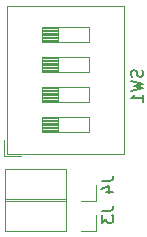
<source format=gbr>
%TF.GenerationSoftware,KiCad,Pcbnew,8.0.4*%
%TF.CreationDate,2024-07-26T21:26:35+02:00*%
%TF.ProjectId,rx_pcb,72785f70-6362-42e6-9b69-6361645f7063,rev?*%
%TF.SameCoordinates,Original*%
%TF.FileFunction,Legend,Bot*%
%TF.FilePolarity,Positive*%
%FSLAX46Y46*%
G04 Gerber Fmt 4.6, Leading zero omitted, Abs format (unit mm)*
G04 Created by KiCad (PCBNEW 8.0.4) date 2024-07-26 21:26:35*
%MOMM*%
%LPD*%
G01*
G04 APERTURE LIST*
%ADD10C,0.150000*%
%ADD11C,0.120000*%
G04 APERTURE END LIST*
D10*
X132233200Y-79184667D02*
X132280819Y-79327524D01*
X132280819Y-79327524D02*
X132280819Y-79565619D01*
X132280819Y-79565619D02*
X132233200Y-79660857D01*
X132233200Y-79660857D02*
X132185580Y-79708476D01*
X132185580Y-79708476D02*
X132090342Y-79756095D01*
X132090342Y-79756095D02*
X131995104Y-79756095D01*
X131995104Y-79756095D02*
X131899866Y-79708476D01*
X131899866Y-79708476D02*
X131852247Y-79660857D01*
X131852247Y-79660857D02*
X131804628Y-79565619D01*
X131804628Y-79565619D02*
X131757009Y-79375143D01*
X131757009Y-79375143D02*
X131709390Y-79279905D01*
X131709390Y-79279905D02*
X131661771Y-79232286D01*
X131661771Y-79232286D02*
X131566533Y-79184667D01*
X131566533Y-79184667D02*
X131471295Y-79184667D01*
X131471295Y-79184667D02*
X131376057Y-79232286D01*
X131376057Y-79232286D02*
X131328438Y-79279905D01*
X131328438Y-79279905D02*
X131280819Y-79375143D01*
X131280819Y-79375143D02*
X131280819Y-79613238D01*
X131280819Y-79613238D02*
X131328438Y-79756095D01*
X131280819Y-80089429D02*
X132280819Y-80327524D01*
X132280819Y-80327524D02*
X131566533Y-80518000D01*
X131566533Y-80518000D02*
X132280819Y-80708476D01*
X132280819Y-80708476D02*
X131280819Y-80946572D01*
X132280819Y-81851333D02*
X132280819Y-81279905D01*
X132280819Y-81565619D02*
X131280819Y-81565619D01*
X131280819Y-81565619D02*
X131423676Y-81470381D01*
X131423676Y-81470381D02*
X131518914Y-81375143D01*
X131518914Y-81375143D02*
X131566533Y-81279905D01*
X128784819Y-88566666D02*
X129499104Y-88566666D01*
X129499104Y-88566666D02*
X129641961Y-88519047D01*
X129641961Y-88519047D02*
X129737200Y-88423809D01*
X129737200Y-88423809D02*
X129784819Y-88280952D01*
X129784819Y-88280952D02*
X129784819Y-88185714D01*
X129118152Y-89471428D02*
X129784819Y-89471428D01*
X128737200Y-89233333D02*
X129451485Y-88995238D01*
X129451485Y-88995238D02*
X129451485Y-89614285D01*
X128784819Y-91106666D02*
X129499104Y-91106666D01*
X129499104Y-91106666D02*
X129641961Y-91059047D01*
X129641961Y-91059047D02*
X129737200Y-90963809D01*
X129737200Y-90963809D02*
X129784819Y-90820952D01*
X129784819Y-90820952D02*
X129784819Y-90725714D01*
X128784819Y-91487619D02*
X128784819Y-92106666D01*
X128784819Y-92106666D02*
X129165771Y-91773333D01*
X129165771Y-91773333D02*
X129165771Y-91916190D01*
X129165771Y-91916190D02*
X129213390Y-92011428D01*
X129213390Y-92011428D02*
X129261009Y-92059047D01*
X129261009Y-92059047D02*
X129356247Y-92106666D01*
X129356247Y-92106666D02*
X129594342Y-92106666D01*
X129594342Y-92106666D02*
X129689580Y-92059047D01*
X129689580Y-92059047D02*
X129737200Y-92011428D01*
X129737200Y-92011428D02*
X129784819Y-91916190D01*
X129784819Y-91916190D02*
X129784819Y-91630476D01*
X129784819Y-91630476D02*
X129737200Y-91535238D01*
X129737200Y-91535238D02*
X129689580Y-91487619D01*
D11*
%TO.C,SW1*%
X120540000Y-85097000D02*
X120540000Y-86480000D01*
X121924000Y-86480000D02*
X120540000Y-86480000D01*
X120780000Y-73780000D02*
X120780000Y-86240000D01*
X130680000Y-86240000D02*
X120780000Y-86240000D01*
X130680000Y-73780000D02*
X120780000Y-73780000D01*
X123700000Y-83185000D02*
X123700000Y-84455000D01*
X125053333Y-84335000D02*
X123700000Y-84335000D01*
X125053333Y-84215000D02*
X123700000Y-84215000D01*
X125053333Y-84095000D02*
X123700000Y-84095000D01*
X125053333Y-83975000D02*
X123700000Y-83975000D01*
X125053333Y-83855000D02*
X123700000Y-83855000D01*
X125053333Y-83735000D02*
X123700000Y-83735000D01*
X125053333Y-83615000D02*
X123700000Y-83615000D01*
X125053333Y-83495000D02*
X123700000Y-83495000D01*
X125053333Y-83375000D02*
X123700000Y-83375000D01*
X125053333Y-83255000D02*
X123700000Y-83255000D01*
X127760000Y-83185000D02*
X123700000Y-83185000D01*
X123700000Y-80645000D02*
X123700000Y-81915000D01*
X125053333Y-81795000D02*
X123700000Y-81795000D01*
X125053333Y-81675000D02*
X123700000Y-81675000D01*
X125053333Y-81555000D02*
X123700000Y-81555000D01*
X125053333Y-81435000D02*
X123700000Y-81435000D01*
X125053333Y-81315000D02*
X123700000Y-81315000D01*
X125053333Y-81195000D02*
X123700000Y-81195000D01*
X125053333Y-81075000D02*
X123700000Y-81075000D01*
X125053333Y-80955000D02*
X123700000Y-80955000D01*
X125053333Y-80835000D02*
X123700000Y-80835000D01*
X125053333Y-80715000D02*
X123700000Y-80715000D01*
X127760000Y-80645000D02*
X123700000Y-80645000D01*
X123700000Y-78105000D02*
X123700000Y-79375000D01*
X125053333Y-79255000D02*
X123700000Y-79255000D01*
X125053333Y-79135000D02*
X123700000Y-79135000D01*
X125053333Y-79015000D02*
X123700000Y-79015000D01*
X125053333Y-78895000D02*
X123700000Y-78895000D01*
X125053333Y-78775000D02*
X123700000Y-78775000D01*
X125053333Y-78655000D02*
X123700000Y-78655000D01*
X125053333Y-78535000D02*
X123700000Y-78535000D01*
X125053333Y-78415000D02*
X123700000Y-78415000D01*
X125053333Y-78295000D02*
X123700000Y-78295000D01*
X125053333Y-78175000D02*
X123700000Y-78175000D01*
X127760000Y-78105000D02*
X123700000Y-78105000D01*
X123700000Y-75565000D02*
X123700000Y-76835000D01*
X125053333Y-76715000D02*
X123700000Y-76715000D01*
X125053333Y-76595000D02*
X123700000Y-76595000D01*
X125053333Y-76475000D02*
X123700000Y-76475000D01*
X125053333Y-76355000D02*
X123700000Y-76355000D01*
X125053333Y-76235000D02*
X123700000Y-76235000D01*
X125053333Y-76115000D02*
X123700000Y-76115000D01*
X125053333Y-75995000D02*
X123700000Y-75995000D01*
X125053333Y-75875000D02*
X123700000Y-75875000D01*
X125053333Y-75755000D02*
X123700000Y-75755000D01*
X125053333Y-75635000D02*
X123700000Y-75635000D01*
X127760000Y-75565000D02*
X123700000Y-75565000D01*
X125053333Y-83185000D02*
X125053333Y-84455000D01*
X125053333Y-80645000D02*
X125053333Y-81915000D01*
X125053333Y-78105000D02*
X125053333Y-79375000D01*
X125053333Y-75565000D02*
X125053333Y-76835000D01*
X123700000Y-84455000D02*
X127760000Y-84455000D01*
X127760000Y-84455000D02*
X127760000Y-83185000D01*
X123700000Y-81915000D02*
X127760000Y-81915000D01*
X127760000Y-81915000D02*
X127760000Y-80645000D01*
X123700000Y-79375000D02*
X127760000Y-79375000D01*
X127760000Y-79375000D02*
X127760000Y-78105000D01*
X123700000Y-76835000D02*
X127760000Y-76835000D01*
X127760000Y-76835000D02*
X127760000Y-75565000D01*
X130680000Y-73780000D02*
X130680000Y-86240000D01*
%TO.C,J4*%
X128330000Y-88900000D02*
X128330000Y-90230000D01*
X128330000Y-90230000D02*
X127000000Y-90230000D01*
X120590000Y-90230000D02*
X125730000Y-90230000D01*
X125730000Y-87570000D02*
X125730000Y-90230000D01*
X120590000Y-87570000D02*
X120590000Y-90230000D01*
X120590000Y-87570000D02*
X125730000Y-87570000D01*
%TO.C,J3*%
X128330000Y-91440000D02*
X128330000Y-92770000D01*
X128330000Y-92770000D02*
X127000000Y-92770000D01*
X120590000Y-92770000D02*
X125730000Y-92770000D01*
X125730000Y-90110000D02*
X125730000Y-92770000D01*
X120590000Y-90110000D02*
X120590000Y-92770000D01*
X120590000Y-90110000D02*
X125730000Y-90110000D01*
%TD*%
M02*

</source>
